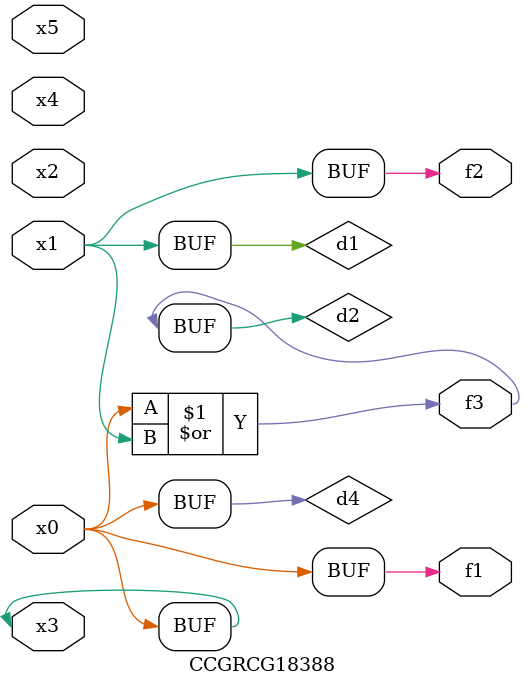
<source format=v>
module CCGRCG18388(
	input x0, x1, x2, x3, x4, x5,
	output f1, f2, f3
);

	wire d1, d2, d3, d4;

	and (d1, x1);
	or (d2, x0, x1);
	nand (d3, x0, x5);
	buf (d4, x0, x3);
	assign f1 = d4;
	assign f2 = d1;
	assign f3 = d2;
endmodule

</source>
